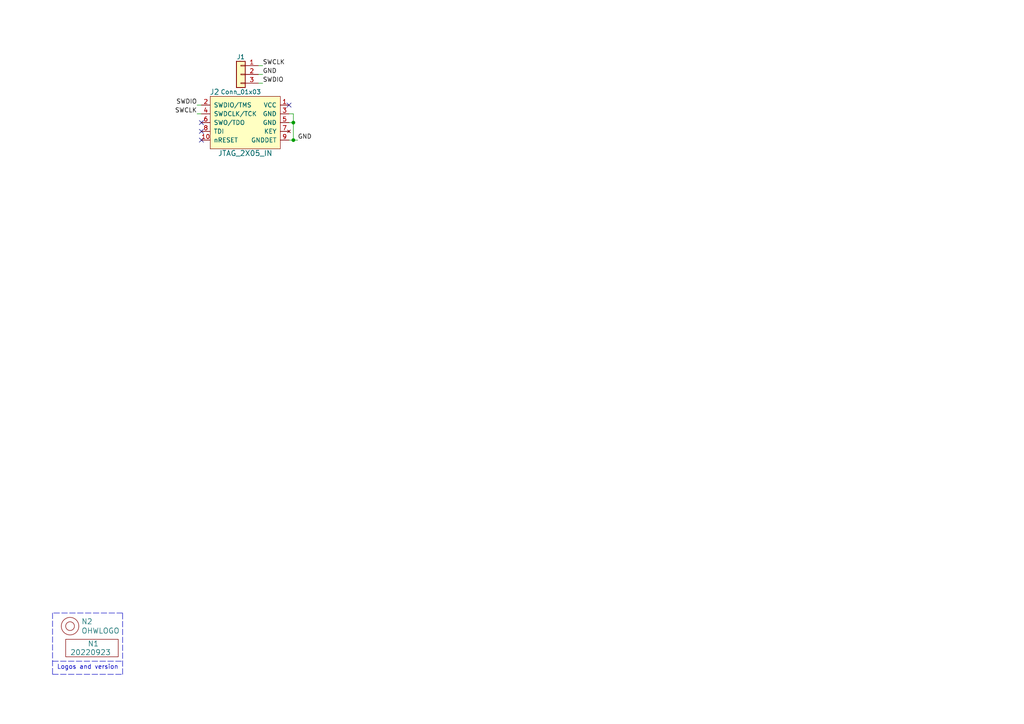
<source format=kicad_sch>
(kicad_sch (version 20211123) (generator eeschema)
  (paper "A4")
  (lib_symbols
    (symbol "Connector_Generic:Conn_01x03" (pin_names (offset 1.016) hide)
      (property "Reference" "J" (at 0 5.08 0))
      (property "Value" "Conn_01x03" (at 0 -5.08 0))
      (symbol "Conn_01x03_1_1"
        (rectangle (start -1.27 -2.413) (end 0 -2.667) (stroke (width 0.1524)))
        (rectangle (start -1.27 0.127) (end 0 -0.127) (stroke (width 0.1524)))
        (rectangle (start -1.27 2.667) (end 0 2.413) (stroke (width 0.1524)))
        (rectangle (start -1.27 3.81) (end 1.27 -3.81) (stroke (width 0.254)) (fill (type background)))
        (pin passive line (at -5.08 2.54 0) (length 3.81) (name "Pin_1") (number "1"))
        (pin passive line (at -5.08 0 0) (length 3.81) (name "Pin_2") (number "2"))
        (pin passive line (at -5.08 -2.54 0) (length 3.81) (name "Pin_3") (number "3"))
      )
    )
    (symbol "SquantorConnectorsNamed:JTAG_2X05_IN" (pin_names (offset 1.016))
      (property "Reference" "J" (at 0 8.89 0))
      (property "Value" "JTAG_2X05_IN" (at 0 -8.89 0))
      (symbol "JTAG_2X05_IN_0_1"
        (rectangle (start -10.16 7.62) (end 10.16 -7.62) (fill (type background)))
      )
      (symbol "JTAG_2X05_IN_1_1"
        (pin power_in line (at 12.7 5.08 180) (length 2.54) (name "VCC") (number "1"))
        (pin open_collector line (at -12.7 -5.08 0) (length 2.54) (name "nRESET") (number "10"))
        (pin bidirectional line (at -12.7 5.08 0) (length 2.54) (name "SWDIO/TMS") (number "2"))
        (pin power_in line (at 12.7 2.54 180) (length 2.54) (name "GND") (number "3"))
        (pin output line (at -12.7 2.54 0) (length 2.54) (name "SWDCLK/TCK") (number "4"))
        (pin power_in line (at 12.7 0 180) (length 2.54) (name "GND") (number "5"))
        (pin output line (at -12.7 0 0) (length 2.54) (name "SWO/TDO") (number "6"))
        (pin no_connect line (at 12.7 -2.54 180) (length 2.54) (name "KEY") (number "7"))
        (pin input line (at -12.7 -2.54 0) (length 2.54) (name "TDI") (number "8"))
        (pin power_in line (at 12.7 -5.08 180) (length 2.54) (name "GNDDET") (number "9"))
      )
    )
    (symbol "SquantorLabels:OHWLOGO" (pin_names (offset 1.016))
      (property "Reference" "N" (at 0 3.81 0))
      (property "Value" "OHWLOGO" (at 0 -3.81 0))
      (symbol "OHWLOGO_0_1"
        (circle (center 0 0) (radius 1.27))
        (circle (center 0 0) (radius 2.54))
      )
    )
    (symbol "SquantorLabels:VYYYYMMDD" (pin_names (offset 1.016))
      (property "Reference" "N" (at 0 2.54 0))
      (property "Value" "VYYYYMMDD" (at 0 0 0))
      (symbol "VYYYYMMDD_0_1"
        (rectangle (start 7.62 -1.27) (end -7.62 3.81))
      )
    )
  )
  (junction (at 85.09 40.64))
  (junction (at 85.09 35.56))
  (no_connect (at 83.82 30.48))
  (no_connect (at 58.42 38.1))
  (no_connect (at 58.42 40.64))
  (no_connect (at 58.42 35.56))
  (wire (pts (xy 57.15 33.02) (xy 58.42 33.02)))
  (wire (pts (xy 74.93 24.13) (xy 76.2 24.13)))
  (polyline (pts (xy 15.24 177.8) (xy 15.24 195.58)))
  (polyline (pts (xy 35.56 177.8) (xy 15.24 177.8)))
  (wire (pts (xy 83.82 35.56) (xy 85.09 35.56)))
  (wire (pts (xy 85.09 33.02) (xy 85.09 35.56)))
  (wire (pts (xy 83.82 40.64) (xy 85.09 40.64)))
  (wire (pts (xy 83.82 33.02) (xy 85.09 33.02)))
  (wire (pts (xy 74.93 21.59) (xy 76.2 21.59)))
  (wire (pts (xy 85.09 40.64) (xy 86.36 40.64)))
  (polyline (pts (xy 35.56 195.58) (xy 35.56 177.8)))
  (polyline (pts (xy 15.24 195.58) (xy 35.56 195.58)))
  (wire (pts (xy 85.09 35.56) (xy 85.09 40.64)))
  (wire (pts (xy 57.15 30.48) (xy 58.42 30.48)))
  (polyline (pts (xy 15.24 191.77) (xy 35.56 191.77)))
  (wire (pts (xy 74.93 19.05) (xy 76.2 19.05)))
  (text "Logos and version" (at 16.51 194.31 0) (effects (font (size 1.27 1.27)) (justify left bottom)))
  (label "SWCLK" (at 76.2 19.05 0))
  (label "GND" (at 86.36 40.64 0))
  (label "SWDIO" (at 57.15 30.48 180))
  (label "SWDIO" (at 76.2 24.13 0))
  (label "SWCLK" (at 57.15 33.02 180))
  (label "GND" (at 76.2 21.59 0))
  (symbol (lib_id "SquantorLabels:VYYYYMMDD") (at 26.67 189.23 0) (unit 1)
    (property "Reference" "N1" (at 25.4 186.69 0) (effects (font (size 1.524 1.524)) (justify left)))
    (property "Value" "20220923" (at 20.32 189.23 0) (effects (font (size 1.524 1.524)) (justify left)))
    (property "Footprint" "SquantorLabels:Label_Generic" (effects hide))
  )
  (symbol (lib_id "SquantorLabels:OHWLOGO") (at 20.32 181.61 0) (unit 1)
    (property "Reference" "N2" (at 23.5712 180.2638 0) (effects (font (size 1.524 1.524)) (justify left)))
    (property "Value" "OHWLOGO" (at 23.5712 182.9562 0) (effects (font (size 1.524 1.524)) (justify left)))
    (property "Footprint" "Symbol:OSHW-Symbol_6.7x6mm_SilkScreen" (effects hide))
  )
  (symbol (lib_id "SquantorConnectorsNamed:JTAG_2X05_IN") (at 71.12 35.56 0) (unit 1)
    (property "Reference" "J2" (at 62.23 26.67 0) (effects (font (size 1.524 1.524))))
    (property "Value" "JTAG_2X05_IN" (at 71.12 44.45 0) (effects (font (size 1.524 1.524))))
    (property "Footprint" "SquantorConnectors:Header-0127-2X05-SMD" (effects hide))
  )
  (symbol (lib_id "Connector_Generic:Conn_01x03") (at 69.85 21.59 0) (mirror y) (unit 1)
    (property "Reference" "J1" (at 69.85 16.51 0))
    (property "Value" "Conn_01x03" (at 69.85 26.67 0))
    (property "Footprint" "Connector_PinSocket_2.54mm:PinSocket_1x03_P2.54mm_Vertical" (effects hide))
  )
)
</source>
